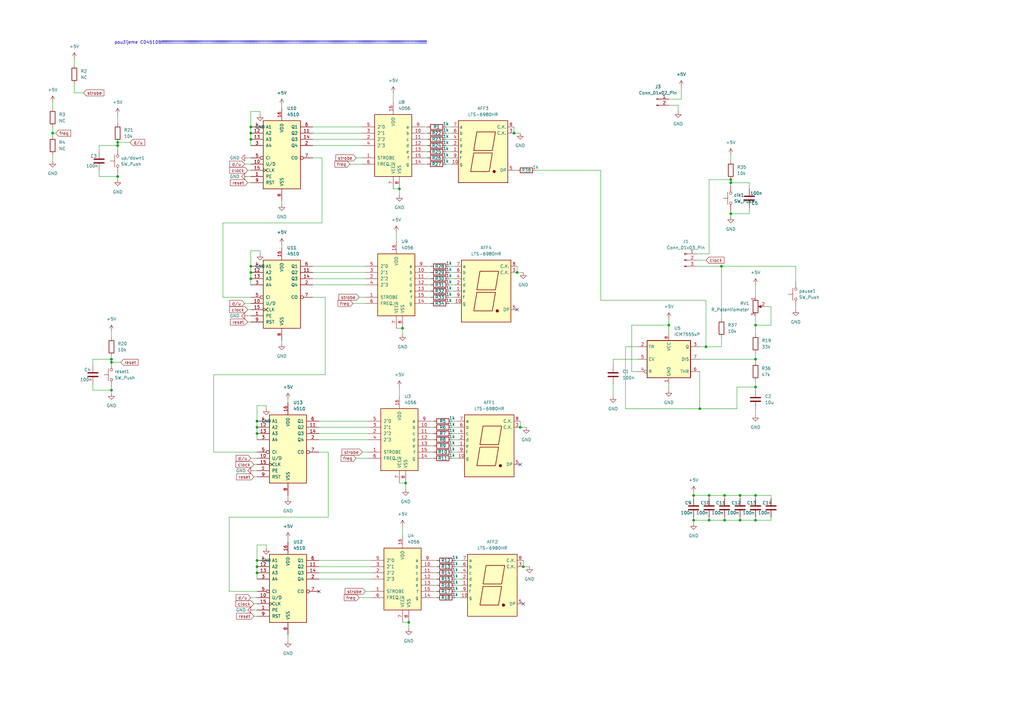
<source format=kicad_sch>
(kicad_sch (version 20250114) (generator "eeschema") (generator_version "9.0")
  (paper "A3")
  (text "použijeme CD4510B!!!!!!!!!!!!!!!!!!!!!!!!!!!!!!!!!!!!!!!!!!!!!!!!!!!!!!!!!!!!!!!!!!!!!!!!!!!!!!!!!!!!!!!!!!!!!!!!!!!!!!!!!!!!!!!!!!!!!!!!!!!!!!!!!!!!!!!!!!!!!!!!!!!!!!!!!!!!!!!!!!!!!!!!!!!!!!!!!!!!" (at 110.998 17.526 0) (effects (font (size 1.27 1.27))))
  (junction (at 289.56 142.24))
  (junction (at 309.88 213.36))
  (junction (at 48.26 59.69))
  (junction (at 48.26 58.42))
  (junction (at 309.88 133.35))
  (junction (at 284.48 203.2))
  (junction (at 299.72 87.63))
  (junction (at 45.72 160.02))
  (junction (at 105.41 175.26))
  (junction (at 105.41 232.41))
  (junction (at 102.87 57.15))
  (junction (at 295.91 109.22))
  (junction (at 45.72 148.59))
  (junction (at 290.83 203.2))
  (junction (at 105.41 172.72))
  (junction (at 299.72 74.93))
  (junction (at 210.82 54.61))
  (junction (at 303.53 203.2))
  (junction (at 167.64 255.27))
  (junction (at 48.26 72.39))
  (junction (at 309.88 203.2))
  (junction (at 212.09 111.76))
  (junction (at 105.41 234.95))
  (junction (at 213.36 175.26))
  (junction (at 287.02 167.64))
  (junction (at 214.63 232.41))
  (junction (at 21.59 54.61))
  (junction (at 102.87 111.76))
  (junction (at 166.37 198.12))
  (junction (at 102.87 114.3))
  (junction (at 284.48 213.36))
  (junction (at 303.53 213.36))
  (junction (at 290.83 213.36))
  (junction (at 309.88 147.32))
  (junction (at 45.72 147.32))
  (junction (at 102.87 52.07))
  (junction (at 102.87 109.22))
  (junction (at 165.1 134.62))
  (junction (at 163.83 77.47))
  (junction (at 309.88 158.75))
  (junction (at 274.32 133.35))
  (junction (at 297.18 203.2))
  (junction (at 102.87 54.61))
  (junction (at 299.72 73.66))
  (junction (at 297.18 213.36))
  (junction (at 105.41 177.8))
  (junction (at 105.41 229.87))
  (no_connect (at 213.36 190.5))
  (no_connect (at 212.09 127))
  (no_connect (at 214.63 247.65))
  (no_connect (at 130.81 242.57))
  (wire (pts (xy 186.69 229.87) (xy 189.23 229.87)))
  (wire (pts (xy 101.6 69.85) (xy 102.87 69.85)))
  (wire (pts (xy 104.14 250.19) (xy 105.41 250.19)))
  (wire (pts (xy 289.56 106.68) (xy 285.75 106.68)))
  (wire (pts (xy 115.57 139.7) (xy 115.57 140.97)))
  (wire (pts (xy 213.36 172.72) (xy 213.36 175.26)))
  (wire (pts (xy 214.63 229.87) (xy 214.63 232.41)))
  (wire (pts (xy 162.56 95.25) (xy 162.56 99.06)))
  (wire (pts (xy 299.72 73.66) (xy 299.72 74.93)))
  (wire (pts (xy 34.29 38.1) (xy 30.48 38.1)))
  (wire (pts (xy 175.26 121.92) (xy 176.53 121.92)))
  (wire (pts (xy 212.09 109.22) (xy 212.09 111.76)))
  (wire (pts (xy 134.62 212.09) (xy 93.98 212.09)))
  (wire (pts (xy 105.41 223.52) (xy 105.41 229.87)))
  (wire (pts (xy 162.56 134.62) (xy 165.1 134.62)))
  (wire (pts (xy 173.99 59.69) (xy 175.26 59.69)))
  (wire (pts (xy 186.69 242.57) (xy 189.23 242.57)))
  (wire (pts (xy 307.34 74.93) (xy 299.72 74.93)))
  (wire (pts (xy 303.53 204.47) (xy 303.53 203.2)))
  (wire (pts (xy 106.68 102.87) (xy 106.68 104.14)))
  (wire (pts (xy 290.83 212.09) (xy 290.83 213.36)))
  (wire (pts (xy 259.08 133.35) (xy 259.08 152.4)))
  (wire (pts (xy 93.98 212.09) (xy 93.98 242.57)))
  (wire (pts (xy 38.1 149.86) (xy 38.1 147.32)))
  (wire (pts (xy 290.83 104.14) (xy 290.83 73.66)))
  (wire (pts (xy 87.63 185.42) (xy 105.41 185.42)))
  (wire (pts (xy 21.59 52.07) (xy 21.59 54.61)))
  (wire (pts (xy 48.26 59.69) (xy 48.26 60.96)))
  (wire (pts (xy 133.35 153.67) (xy 87.63 153.67)))
  (wire (pts (xy 45.72 135.89) (xy 45.72 138.43)))
  (wire (pts (xy 166.37 198.12) (xy 166.37 200.66)))
  (wire (pts (xy 105.41 175.26) (xy 105.41 177.8)))
  (wire (pts (xy 102.87 45.72) (xy 102.87 52.07)))
  (wire (pts (xy 284.48 204.47) (xy 284.48 203.2)))
  (wire (pts (xy 48.26 58.42) (xy 48.26 59.69)))
  (wire (pts (xy 38.1 147.32) (xy 45.72 147.32)))
  (wire (pts (xy 102.87 114.3) (xy 102.87 116.84)))
  (wire (pts (xy 185.42 180.34) (xy 187.96 180.34)))
  (wire (pts (xy 118.11 262.89) (xy 118.11 260.35)))
  (wire (pts (xy 143.51 67.31) (xy 148.59 67.31)))
  (wire (pts (xy 105.41 172.72) (xy 105.41 175.26)))
  (wire (pts (xy 105.41 177.8) (xy 105.41 180.34)))
  (wire (pts (xy 45.72 146.05) (xy 45.72 147.32)))
  (wire (pts (xy 173.99 54.61) (xy 175.26 54.61)))
  (wire (pts (xy 307.34 87.63) (xy 299.72 87.63)))
  (wire (pts (xy 176.53 182.88) (xy 177.8 182.88)))
  (wire (pts (xy 182.88 57.15) (xy 185.42 57.15)))
  (wire (pts (xy 284.48 212.09) (xy 284.48 213.36)))
  (wire (pts (xy 130.81 232.41) (xy 152.4 232.41)))
  (wire (pts (xy 102.87 109.22) (xy 102.87 111.76)))
  (wire (pts (xy 287.02 147.32) (xy 309.88 147.32)))
  (wire (pts (xy 165.1 215.9) (xy 165.1 219.71)))
  (wire (pts (xy 48.26 72.39) (xy 48.26 71.12)))
  (wire (pts (xy 184.15 114.3) (xy 186.69 114.3)))
  (wire (pts (xy 115.57 82.55) (xy 115.57 83.82)))
  (wire (pts (xy 21.59 54.61) (xy 21.59 55.88)))
  (wire (pts (xy 176.53 172.72) (xy 177.8 172.72)))
  (wire (pts (xy 274.32 157.48) (xy 274.32 160.02)))
  (wire (pts (xy 128.27 52.07) (xy 148.59 52.07)))
  (wire (pts (xy 259.08 152.4) (xy 261.62 152.4)))
  (wire (pts (xy 251.46 149.86) (xy 251.46 147.32)))
  (wire (pts (xy 295.91 138.43) (xy 295.91 142.24)))
  (wire (pts (xy 299.72 63.5) (xy 299.72 66.04)))
  (wire (pts (xy 130.81 234.95) (xy 152.4 234.95)))
  (wire (pts (xy 104.14 193.04) (xy 105.41 193.04)))
  (wire (pts (xy 175.26 111.76) (xy 176.53 111.76)))
  (wire (pts (xy 274.32 40.64) (xy 279.4 40.64)))
  (wire (pts (xy 256.54 142.24) (xy 256.54 167.64)))
  (wire (pts (xy 186.69 245.11) (xy 189.23 245.11)))
  (wire (pts (xy 40.64 72.39) (xy 48.26 72.39)))
  (wire (pts (xy 251.46 157.48) (xy 251.46 162.56)))
  (wire (pts (xy 210.82 52.07) (xy 210.82 54.61)))
  (wire (pts (xy 309.88 156.21) (xy 309.88 158.75)))
  (wire (pts (xy 177.8 232.41) (xy 179.07 232.41)))
  (wire (pts (xy 316.23 203.2) (xy 309.88 203.2)))
  (wire (pts (xy 309.88 212.09) (xy 309.88 213.36)))
  (wire (pts (xy 102.87 245.11) (xy 105.41 245.11)))
  (wire (pts (xy 182.88 59.69) (xy 185.42 59.69)))
  (wire (pts (xy 165.1 255.27) (xy 167.64 255.27)))
  (wire (pts (xy 175.26 116.84) (xy 176.53 116.84)))
  (wire (pts (xy 165.1 134.62) (xy 165.1 137.16)))
  (wire (pts (xy 109.22 166.37) (xy 109.22 167.64)))
  (wire (pts (xy 102.87 45.72) (xy 106.68 45.72)))
  (wire (pts (xy 130.81 237.49) (xy 152.4 237.49)))
  (wire (pts (xy 30.48 24.13) (xy 30.48 26.67)))
  (wire (pts (xy 128.27 57.15) (xy 148.59 57.15)))
  (wire (pts (xy 246.38 69.85) (xy 246.38 123.19)))
  (wire (pts (xy 309.88 213.36) (xy 303.53 213.36)))
  (wire (pts (xy 118.11 220.98) (xy 118.11 222.25)))
  (wire (pts (xy 106.68 45.72) (xy 106.68 46.99)))
  (wire (pts (xy 176.53 175.26) (xy 177.8 175.26)))
  (wire (pts (xy 101.6 132.08) (xy 102.87 132.08)))
  (wire (pts (xy 38.1 157.48) (xy 38.1 160.02)))
  (wire (pts (xy 118.11 163.83) (xy 118.11 165.1)))
  (wire (pts (xy 21.59 41.91) (xy 21.59 44.45)))
  (wire (pts (xy 163.83 77.47) (xy 163.83 80.01)))
  (wire (pts (xy 102.87 187.96) (xy 105.41 187.96)))
  (wire (pts (xy 173.99 62.23) (xy 175.26 62.23)))
  (wire (pts (xy 290.83 213.36) (xy 284.48 213.36)))
  (wire (pts (xy 289.56 123.19) (xy 289.56 142.24)))
  (wire (pts (xy 104.14 247.65) (xy 105.41 247.65)))
  (wire (pts (xy 102.87 52.07) (xy 102.87 54.61)))
  (wire (pts (xy 284.48 201.93) (xy 284.48 203.2)))
  (wire (pts (xy 176.53 180.34) (xy 177.8 180.34)))
  (wire (pts (xy 309.88 144.78) (xy 309.88 147.32)))
  (wire (pts (xy 91.44 121.92) (xy 102.87 121.92)))
  (wire (pts (xy 48.26 46.99) (xy 48.26 50.8)))
  (wire (pts (xy 297.18 213.36) (xy 290.83 213.36)))
  (wire (pts (xy 146.05 64.77) (xy 148.59 64.77)))
  (wire (pts (xy 133.35 121.92) (xy 133.35 153.67)))
  (wire (pts (xy 40.64 59.69) (xy 48.26 59.69)))
  (wire (pts (xy 177.8 245.11) (xy 179.07 245.11)))
  (wire (pts (xy 309.88 203.2) (xy 303.53 203.2)))
  (wire (pts (xy 309.88 129.54) (xy 309.88 133.35)))
  (wire (pts (xy 177.8 229.87) (xy 179.07 229.87)))
  (wire (pts (xy 274.32 133.35) (xy 274.32 137.16)))
  (wire (pts (xy 100.33 124.46) (xy 102.87 124.46)))
  (wire (pts (xy 287.02 142.24) (xy 289.56 142.24)))
  (wire (pts (xy 185.42 187.96) (xy 187.96 187.96)))
  (wire (pts (xy 102.87 102.87) (xy 106.68 102.87)))
  (wire (pts (xy 45.72 148.59) (xy 49.53 148.59)))
  (wire (pts (xy 40.64 62.23) (xy 40.64 59.69)))
  (wire (pts (xy 316.23 204.47) (xy 316.23 203.2)))
  (wire (pts (xy 101.6 127) (xy 102.87 127)))
  (wire (pts (xy 182.88 54.61) (xy 185.42 54.61)))
  (wire (pts (xy 144.78 124.46) (xy 149.86 124.46)))
  (wire (pts (xy 212.09 69.85) (xy 210.82 69.85)))
  (wire (pts (xy 173.99 64.77) (xy 175.26 64.77)))
  (wire (pts (xy 177.8 237.49) (xy 179.07 237.49)))
  (wire (pts (xy 177.8 242.57) (xy 179.07 242.57)))
  (wire (pts (xy 104.14 252.73) (xy 105.41 252.73)))
  (wire (pts (xy 186.69 234.95) (xy 189.23 234.95)))
  (wire (pts (xy 186.69 240.03) (xy 189.23 240.03)))
  (wire (pts (xy 128.27 116.84) (xy 149.86 116.84)))
  (wire (pts (xy 309.88 147.32) (xy 309.88 148.59)))
  (wire (pts (xy 149.86 242.57) (xy 152.4 242.57)))
  (wire (pts (xy 177.8 240.03) (xy 179.07 240.03)))
  (wire (pts (xy 307.34 85.09) (xy 307.34 87.63)))
  (wire (pts (xy 251.46 147.32) (xy 261.62 147.32)))
  (wire (pts (xy 173.99 52.07) (xy 175.26 52.07)))
  (wire (pts (xy 22.86 54.61) (xy 21.59 54.61)))
  (wire (pts (xy 101.6 129.54) (xy 102.87 129.54)))
  (wire (pts (xy 128.27 114.3) (xy 149.86 114.3)))
  (wire (pts (xy 93.98 242.57) (xy 105.41 242.57)))
  (wire (pts (xy 309.88 204.47) (xy 309.88 203.2)))
  (wire (pts (xy 130.81 229.87) (xy 152.4 229.87)))
  (wire (pts (xy 161.29 38.1) (xy 161.29 41.91)))
  (wire (pts (xy 132.08 64.77) (xy 132.08 91.44)))
  (wire (pts (xy 299.72 88.9) (xy 299.72 87.63)))
  (wire (pts (xy 185.42 177.8) (xy 187.96 177.8)))
  (wire (pts (xy 303.53 213.36) (xy 297.18 213.36)))
  (wire (pts (xy 297.18 212.09) (xy 297.18 213.36)))
  (wire (pts (xy 102.87 57.15) (xy 102.87 59.69)))
  (wire (pts (xy 309.88 133.35) (xy 309.88 137.16)))
  (wire (pts (xy 279.4 40.64) (xy 279.4 35.56)))
  (wire (pts (xy 309.88 167.64) (xy 309.88 170.18)))
  (wire (pts (xy 105.41 166.37) (xy 105.41 172.72)))
  (wire (pts (xy 297.18 204.47) (xy 297.18 203.2)))
  (wire (pts (xy 128.27 109.22) (xy 149.86 109.22)))
  (wire (pts (xy 285.75 104.14) (xy 290.83 104.14)))
  (wire (pts (xy 45.72 161.29) (xy 45.72 160.02)))
  (wire (pts (xy 38.1 160.02) (xy 45.72 160.02)))
  (wire (pts (xy 297.18 203.2) (xy 290.83 203.2)))
  (wire (pts (xy 45.72 147.32) (xy 45.72 148.59)))
  (wire (pts (xy 40.64 69.85) (xy 40.64 72.39)))
  (wire (pts (xy 182.88 62.23) (xy 185.42 62.23)))
  (wire (pts (xy 274.32 133.35) (xy 259.08 133.35)))
  (wire (pts (xy 30.48 34.29) (xy 30.48 38.1)))
  (wire (pts (xy 182.88 67.31) (xy 185.42 67.31)))
  (wire (pts (xy 167.64 255.27) (xy 167.64 257.81)))
  (wire (pts (xy 284.48 214.63) (xy 284.48 213.36)))
  (wire (pts (xy 102.87 54.61) (xy 102.87 57.15)))
  (wire (pts (xy 175.26 124.46) (xy 176.53 124.46)))
  (wire (pts (xy 102.87 111.76) (xy 102.87 114.3)))
  (wire (pts (xy 186.69 237.49) (xy 189.23 237.49)))
  (wire (pts (xy 184.15 119.38) (xy 186.69 119.38)))
  (wire (pts (xy 130.81 172.72) (xy 151.13 172.72)))
  (wire (pts (xy 128.27 64.77) (xy 132.08 64.77)))
  (wire (pts (xy 48.26 73.66) (xy 48.26 72.39)))
  (wire (pts (xy 101.6 74.93) (xy 102.87 74.93)))
  (wire (pts (xy 290.83 73.66) (xy 299.72 73.66)))
  (wire (pts (xy 214.63 232.41) (xy 217.17 232.41)))
  (wire (pts (xy 176.53 187.96) (xy 177.8 187.96)))
  (wire (pts (xy 176.53 185.42) (xy 177.8 185.42)))
  (wire (pts (xy 173.99 57.15) (xy 175.26 57.15)))
  (wire (pts (xy 118.11 203.2) (xy 118.11 204.47)))
  (wire (pts (xy 184.15 124.46) (xy 186.69 124.46)))
  (wire (pts (xy 128.27 59.69) (xy 148.59 59.69)))
  (wire (pts (xy 274.32 43.18) (xy 278.13 43.18)))
  (wire (pts (xy 287.02 167.64) (xy 302.26 167.64)))
  (wire (pts (xy 105.41 166.37) (xy 109.22 166.37)))
  (wire (pts (xy 175.26 109.22) (xy 176.53 109.22)))
  (wire (pts (xy 128.27 54.61) (xy 148.59 54.61)))
  (wire (pts (xy 302.26 158.75) (xy 309.88 158.75)))
  (wire (pts (xy 163.83 198.12) (xy 166.37 198.12)))
  (wire (pts (xy 147.32 245.11) (xy 152.4 245.11)))
  (wire (pts (xy 184.15 116.84) (xy 186.69 116.84)))
  (wire (pts (xy 212.09 111.76) (xy 214.63 111.76)))
  (wire (pts (xy 115.57 43.18) (xy 115.57 44.45)))
  (wire (pts (xy 185.42 175.26) (xy 187.96 175.26)))
  (wire (pts (xy 101.6 72.39) (xy 102.87 72.39)))
  (wire (pts (xy 219.71 69.85) (xy 246.38 69.85)))
  (wire (pts (xy 287.02 152.4) (xy 287.02 167.64)))
  (wire (pts (xy 182.88 64.77) (xy 185.42 64.77)))
  (wire (pts (xy 184.15 109.22) (xy 186.69 109.22)))
  (wire (pts (xy 185.42 185.42) (xy 187.96 185.42)))
  (wire (pts (xy 45.72 160.02) (xy 45.72 158.75)))
  (wire (pts (xy 100.33 67.31) (xy 102.87 67.31)))
  (wire (pts (xy 161.29 77.47) (xy 163.83 77.47)))
  (wire (pts (xy 290.83 203.2) (xy 284.48 203.2)))
  (wire (pts (xy 91.44 91.44) (xy 91.44 121.92)))
  (wire (pts (xy 303.53 212.09) (xy 303.53 213.36)))
  (wire (pts (xy 175.26 119.38) (xy 176.53 119.38)))
  (wire (pts (xy 316.23 212.09) (xy 316.23 213.36)))
  (wire (pts (xy 101.6 64.77) (xy 102.87 64.77)))
  (wire (pts (xy 128.27 121.92) (xy 133.35 121.92)))
  (wire (pts (xy 104.14 190.5) (xy 105.41 190.5)))
  (wire (pts (xy 185.42 172.72) (xy 187.96 172.72)))
  (wire (pts (xy 326.39 125.73) (xy 326.39 127)))
  (wire (pts (xy 274.32 130.81) (xy 274.32 133.35)))
  (wire (pts (xy 109.22 223.52) (xy 109.22 224.79)))
  (wire (pts (xy 132.08 91.44) (xy 91.44 91.44)))
  (wire (pts (xy 48.26 58.42) (xy 53.34 58.42)))
  (wire (pts (xy 309.88 116.84) (xy 309.88 121.92)))
  (wire (pts (xy 210.82 54.61) (xy 213.36 54.61)))
  (wire (pts (xy 326.39 109.22) (xy 295.91 109.22)))
  (wire (pts (xy 302.26 167.64) (xy 302.26 158.75)))
  (wire (pts (xy 182.88 52.07) (xy 185.42 52.07)))
  (wire (pts (xy 213.36 175.26) (xy 215.9 175.26)))
  (wire (pts (xy 303.53 203.2) (xy 297.18 203.2)))
  (wire (pts (xy 313.69 125.73) (xy 316.23 125.73)))
  (wire (pts (xy 130.81 175.26) (xy 151.13 175.26)))
  (wire (pts (xy 173.99 67.31) (xy 175.26 67.31)))
  (wire (pts (xy 130.81 185.42) (xy 134.62 185.42)))
  (wire (pts (xy 184.15 111.76) (xy 186.69 111.76)))
  (wire (pts (xy 130.81 180.34) (xy 151.13 180.34)))
  (wire (pts (xy 128.27 111.76) (xy 149.86 111.76)))
  (wire (pts (xy 102.87 102.87) (xy 102.87 109.22)))
  (wire (pts (xy 134.62 185.42) (xy 134.62 212.09)))
  (wire (pts (xy 147.32 121.92) (xy 149.86 121.92)))
  (wire (pts (xy 105.41 232.41) (xy 105.41 234.95)))
  (wire (pts (xy 246.38 123.19) (xy 289.56 123.19)))
  (wire (pts (xy 148.59 185.42) (xy 151.13 185.42)))
  (wire (pts (xy 289.56 142.24) (xy 295.91 142.24)))
  (wire (pts (xy 316.23 213.36) (xy 309.88 213.36)))
  (wire (pts (xy 115.57 100.33) (xy 115.57 101.6)))
  (wire (pts (xy 105.41 229.87) (xy 105.41 232.41)))
  (wire (pts (xy 316.23 125.73) (xy 316.23 133.35)))
  (wire (pts (xy 163.83 158.75) (xy 163.83 162.56)))
  (wire (pts (xy 261.62 142.24) (xy 256.54 142.24)))
  (wire (pts (xy 185.42 182.88) (xy 187.96 182.88)))
  (wire (pts (xy 285.75 109.22) (xy 295.91 109.22)))
  (wire (pts (xy 299.72 87.63) (xy 299.72 86.36)))
  (wire (pts (xy 307.34 77.47) (xy 307.34 74.93)))
  (wire (pts (xy 184.15 121.92) (xy 186.69 121.92)))
  (wire (pts (xy 175.26 114.3) (xy 176.53 114.3)))
  (wire (pts (xy 87.63 153.67) (xy 87.63 185.42)))
  (wire (pts (xy 105.41 234.95) (xy 105.41 237.49)))
  (wire (pts (xy 186.69 232.41) (xy 189.23 232.41)))
  (wire (pts (xy 146.05 187.96) (xy 151.13 187.96)))
  (wire (pts (xy 278.13 43.18) (xy 278.13 45.72)))
  (wire (pts (xy 295.91 109.22) (xy 295.91 130.81)))
  (wire (pts (xy 299.72 74.93) (xy 299.72 76.2)))
  (wire (pts (xy 176.53 177.8) (xy 177.8 177.8)))
  (wire (pts (xy 316.23 133.35) (xy 309.88 133.35)))
  (wire (pts (xy 309.88 158.75) (xy 309.88 160.02)))
  (wire (pts (xy 130.81 177.8) (xy 151.13 177.8)))
  (wire (pts (xy 326.39 115.57) (xy 326.39 109.22)))
  (wire (pts (xy 21.59 66.04) (xy 21.59 63.5)))
  (wire (pts (xy 177.8 234.95) (xy 179.07 234.95)))
  (wire (pts (xy 290.83 204.47) (xy 290.83 203.2)))
  (wire (pts (xy 256.54 167.64) (xy 287.02 167.64)))
  (wire (pts (xy 104.14 195.58) (xy 105.41 195.58)))
  (wire (pts (xy 105.41 223.52) (xy 109.22 223.52)))
  (global_label "clock" (shape input) (at 104.14 190.5 180) (property "Intersheetrefs" "${INTERSHEET_REFS}" (effects (hide yes))))
  (global_label "strobe" (shape input) (at 146.05 64.77 180) (property "Intersheetrefs" "${INTERSHEET_REFS}" (effects (hide yes))))
  (global_label "freq" (shape input) (at 146.05 187.96 180) (property "Intersheetrefs" "${INTERSHEET_REFS}" (effects (hide yes))))
  (global_label "strobe" (shape input) (at 148.59 185.42 180) (property "Intersheetrefs" "${INTERSHEET_REFS}" (effects (hide yes))))
  (global_label "freq" (shape input) (at 22.86 54.61 0) (property "Intersheetrefs" "${INTERSHEET_REFS}" (effects (hide yes))))
  (global_label "strobe" (shape input) (at 149.86 242.57 180) (property "Intersheetrefs" "${INTERSHEET_REFS}" (effects (hide yes))))
  (global_label "d{slash}u" (shape input) (at 100.33 124.46 180) (property "Intersheetrefs" "${INTERSHEET_REFS}" (effects (hide yes))))
  (global_label "strobe" (shape input) (at 147.32 121.92 180) (property "Intersheetrefs" "${INTERSHEET_REFS}" (effects (hide yes))))
  (global_label "d{slash}u" (shape input) (at 102.87 187.96 180) (property "Intersheetrefs" "${INTERSHEET_REFS}" (effects (hide yes))))
  (global_label "freq" (shape input) (at 147.32 245.11 180) (property "Intersheetrefs" "${INTERSHEET_REFS}" (effects (hide yes))))
  (global_label "d{slash}u" (shape input) (at 53.34 58.42 0) (property "Intersheetrefs" "${INTERSHEET_REFS}" (effects (hide yes))))
  (global_label "d{slash}u" (shape input) (at 100.33 67.31 180) (property "Intersheetrefs" "${INTERSHEET_REFS}" (effects (hide yes))))
  (global_label "freq" (shape input) (at 143.51 67.31 180) (property "Intersheetrefs" "${INTERSHEET_REFS}" (effects (hide yes))))
  (global_label "reset" (shape input) (at 49.53 148.59 0) (property "Intersheetrefs" "${INTERSHEET_REFS}" (effects (hide yes))))
  (global_label "reset" (shape input) (at 104.14 195.58 180) (property "Intersheetrefs" "${INTERSHEET_REFS}" (effects (hide yes))))
  (global_label "d{slash}u" (shape input) (at 102.87 245.11 180) (property "Intersheetrefs" "${INTERSHEET_REFS}" (effects (hide yes))))
  (global_label "reset" (shape input) (at 104.14 252.73 180) (property "Intersheetrefs" "${INTERSHEET_REFS}" (effects (hide yes))))
  (global_label "clock" (shape input) (at 289.56 106.68 0) (property "Intersheetrefs" "${INTERSHEET_REFS}" (effects (hide yes))))
  (global_label "reset" (shape input) (at 101.6 74.93 180) (property "Intersheetrefs" "${INTERSHEET_REFS}" (effects (hide yes))))
  (global_label "clock" (shape input) (at 101.6 127 180) (property "Intersheetrefs" "${INTERSHEET_REFS}" (effects (hide yes))))
  (global_label "freq" (shape input) (at 144.78 124.46 180) (property "Intersheetrefs" "${INTERSHEET_REFS}" (effects (hide yes))))
  (global_label "clock" (shape input) (at 101.6 69.85 180) (property "Intersheetrefs" "${INTERSHEET_REFS}" (effects (hide yes))))
  (global_label "strobe" (shape input) (at 34.29 38.1 0) (property "Intersheetrefs" "${INTERSHEET_REFS}" (effects (hide yes))))
  (global_label "clock" (shape input) (at 104.14 247.65 180) (property "Intersheetrefs" "${INTERSHEET_REFS}" (effects (hide yes))))
  (global_label "reset" (shape input) (at 101.6 132.08 180) (property "Intersheetrefs" "${INTERSHEET_REFS}" (effects (hide yes))))
  (symbol (lib_id "power:GND") (at 118.11 262.89 0) (unit 1)
    (property "Reference" "#PWR010" (effects (hide yes)))
    (property "Value" "GND" (at 118.11 267.97 0))
  )
  (symbol (lib_id "Device:R") (at 181.61 172.72 90) (unit 1)
    (property "Reference" "R5" (at 181.59 172.72 90))
    (property "Value" "1k" (at 185.42 171.45 90))
    (property "Footprint" "Resistor_THT:R_Axial_DIN0207_L6.3mm_D2.5mm_P10.16mm_Horizontal" (effects (hide yes)))
  )
  (symbol (lib_id "Device:R") (at 181.61 175.26 90) (unit 1)
    (property "Reference" "R6" (at 181.59 175.26 90))
    (property "Value" "1k" (at 185.42 173.99 90))
    (property "Footprint" "Resistor_THT:R_Axial_DIN0207_L6.3mm_D2.5mm_P10.16mm_Horizontal" (effects (hide yes)))
  )
  (symbol (lib_id "Device:R") (at 180.34 111.76 90) (unit 1)
    (property "Reference" "R29" (at 180.32 111.76 90))
    (property "Value" "1k" (at 184.15 110.49 90))
    (property "Footprint" "Resistor_THT:R_Axial_DIN0207_L6.3mm_D2.5mm_P10.16mm_Horizontal" (effects (hide yes)))
  )
  (symbol (lib_id "Device:R") (at 48.26 54.61 0) (unit 1)
    (property "Reference" "R21" (at 50.8 53.3399 0) (effects (justify left)))
    (property "Value" "10k" (at 50.8 55.8799 0) (effects (justify left)))
    (property "Footprint" "Resistor_THT:R_Axial_DIN0207_L6.3mm_D2.5mm_P10.16mm_Horizontal" (effects (hide yes)))
  )
  (symbol (lib_id "power:+5V") (at 115.57 100.33 0) (unit 1)
    (property "Reference" "#PWR0110" (effects (hide yes)))
    (property "Value" "+5V" (at 115.57 95.25 0))
  )
  (symbol (lib_id "4xxx:4056") (at 163.83 180.34 0) (unit 1)
    (property "Reference" "U3" (at 165.8494 162.56 0) (effects (justify left)))
    (property "Value" "4056" (at 165.8494 165.1 0) (effects (justify left)))
    (property "Footprint" "Package_DIP:DIP-16_W7.62mm" (effects (hide yes)))
    (property "Datasheet" "http://www.ti.com/lit/ds/symlink/cd4056b.pdf" (effects (hide yes)))
  )
  (symbol (lib_id "Device:C") (at 290.83 208.28 0) (unit 1)
    (property "Reference" "C10" (at 287.274 206.248 0) (effects (justify left)))
    (property "Value" "100n" (at 285.496 210.312 0) (effects (justify left)))
    (property "Footprint" "Capacitor_SMD:C_1206_3216Metric" (effects (hide yes)))
    (property "Description" "Unpolarized capacitor" (effects (hide yes)))
  )
  (symbol (lib_id "Device:C") (at 309.88 163.83 0) (unit 1)
    (property "Reference" "C2" (at 313.69 162.5599 0) (effects (justify left)))
    (property "Value" "10u" (at 313.69 165.0999 0) (effects (justify left)))
    (property "Footprint" "Capacitor_SMD:C_1206_3216Metric" (effects (hide yes)))
    (property "Description" "Unpolarized capacitor" (effects (hide yes)))
  )
  (symbol (lib_id "Device:R") (at 182.88 232.41 90) (unit 1)
    (property "Reference" "R13" (at 182.86 232.41 90))
    (property "Value" "1k" (at 186.69 231.14 90))
    (property "Footprint" "Resistor_THT:R_Axial_DIN0207_L6.3mm_D2.5mm_P10.16mm_Horizontal" (effects (hide yes)))
  )
  (symbol (lib_id "power:GND") (at 213.36 54.61 0) (unit 1)
    (property "Reference" "#PWR0102" (effects (hide yes)))
    (property "Value" "GND" (at 213.36 59.69 0))
  )
  (symbol (lib_id "Device:R") (at 180.34 119.38 90) (unit 1)
    (property "Reference" "R32" (at 180.32 119.38 90))
    (property "Value" "1k" (at 184.15 118.11 90))
    (property "Footprint" "Resistor_THT:R_Axial_DIN0207_L6.3mm_D2.5mm_P10.16mm_Horizontal" (effects (hide yes)))
  )
  (symbol (lib_id "power:GND") (at 215.9 175.26 0) (unit 1)
    (property "Reference" "#PWR015" (effects (hide yes)))
    (property "Value" "GND" (at 215.9 180.34 0))
  )
  (symbol (lib_id "Display_Character:LTS-6980HR") (at 200.66 182.88 0) (unit 1)
    (property "Reference" "AFF1" (at 200.66 165.1 0))
    (property "Value" "LTS-6980HR" (at 200.66 167.64 0))
    (property "Footprint" "Display_7Segment:7SegmentLED_LTS6760_LTS6780" (effects (hide yes)))
    (property "Datasheet" "http://datasheet.octopart.com/LTS-6960HR-Lite-On-datasheet-11803242.pdf" (effects (hide yes)))
  )
  (symbol (lib_id "power:GND") (at 101.6 129.54 270) (unit 1)
    (property "Reference" "#PWR0123" (effects (hide yes)))
    (property "Value" "GND" (at 96.266 129.54 90))
  )
  (symbol (lib_id "power:GND") (at 167.64 257.81 0) (unit 1)
    (property "Reference" "#PWR014" (effects (hide yes)))
    (property "Value" "GND" (at 167.64 262.89 0))
  )
  (symbol (lib_id "Device:R") (at 180.34 116.84 90) (unit 1)
    (property "Reference" "R31" (at 180.32 116.84 90))
    (property "Value" "1k" (at 184.15 115.57 90))
    (property "Footprint" "Resistor_THT:R_Axial_DIN0207_L6.3mm_D2.5mm_P10.16mm_Horizontal" (effects (hide yes)))
  )
  (symbol (lib_id "power:GND") (at 48.26 73.66 0) (unit 1)
    (property "Reference" "#PWR0104" (effects (hide yes)))
    (property "Value" "GND" (at 48.26 78.74 0))
  )
  (symbol (lib_id "Device:R") (at 180.34 109.22 90) (unit 1)
    (property "Reference" "R28" (at 180.32 109.22 90))
    (property "Value" "1k" (at 184.15 107.95 90))
    (property "Footprint" "Resistor_THT:R_Axial_DIN0207_L6.3mm_D2.5mm_P10.16mm_Horizontal" (effects (hide yes)))
  )
  (symbol (lib_id "Device:R") (at 179.07 67.31 90) (unit 1)
    (property "Reference" "R27" (at 179.05 67.31 90))
    (property "Value" "1k" (at 182.88 66.04 90))
    (property "Footprint" "Resistor_THT:R_Axial_DIN0207_L6.3mm_D2.5mm_P10.16mm_Horizontal" (effects (hide yes)))
  )
  (symbol (lib_id "Device:R") (at 21.59 48.26 0) (unit 1)
    (property "Reference" "R3" (at 24.13 46.9899 0) (effects (justify left)))
    (property "Value" "NC" (at 24.13 49.5299 0) (effects (justify left)))
    (property "Footprint" "Resistor_THT:R_Axial_DIN0207_L6.3mm_D2.5mm_P10.16mm_Horizontal" (effects (hide yes)))
  )
  (symbol (lib_id "Device:R") (at 45.72 142.24 0) (unit 1)
    (property "Reference" "R20" (at 48.26 140.9699 0) (effects (justify left)))
    (property "Value" "10k" (at 48.26 143.5099 0) (effects (justify left)))
    (property "Footprint" "Resistor_THT:R_Axial_DIN0207_L6.3mm_D2.5mm_P10.16mm_Horizontal" (effects (hide yes)))
  )
  (symbol (lib_id "power:+5V") (at 299.72 63.5 0) (unit 1)
    (property "Reference" "#PWR0118" (effects (hide yes)))
    (property "Value" "+5V" (at 299.72 58.42 0))
  )
  (symbol (lib_id "Device:R") (at 182.88 229.87 90) (unit 1)
    (property "Reference" "R12" (at 182.86 229.87 90))
    (property "Value" "1k" (at 186.69 228.6 90))
    (property "Footprint" "Resistor_THT:R_Axial_DIN0207_L6.3mm_D2.5mm_P10.16mm_Horizontal" (effects (hide yes)))
  )
  (symbol (lib_id "Device:R") (at 182.88 237.49 90) (unit 1)
    (property "Reference" "R15" (at 182.86 237.49 90))
    (property "Value" "1k" (at 186.69 236.22 90))
    (property "Footprint" "Resistor_THT:R_Axial_DIN0207_L6.3mm_D2.5mm_P10.16mm_Horizontal" (effects (hide yes)))
  )
  (symbol (lib_id "Device:R") (at 179.07 62.23 90) (unit 1)
    (property "Reference" "R25" (at 179.05 62.23 90))
    (property "Value" "1k" (at 182.88 60.96 90))
    (property "Footprint" "Resistor_THT:R_Axial_DIN0207_L6.3mm_D2.5mm_P10.16mm_Horizontal" (effects (hide yes)))
  )
  (symbol (lib_id "Device:R") (at 181.61 185.42 90) (unit 1)
    (property "Reference" "R10" (at 181.59 185.42 90))
    (property "Value" "1k" (at 185.42 184.15 90))
    (property "Footprint" "Resistor_THT:R_Axial_DIN0207_L6.3mm_D2.5mm_P10.16mm_Horizontal" (effects (hide yes)))
  )
  (symbol (lib_id "power:+5V") (at 274.32 130.81 0) (unit 1)
    (property "Reference" "#PWR04" (effects (hide yes)))
    (property "Value" "+5V" (at 274.32 125.73 0))
  )
  (symbol (lib_id "4xxx:4056") (at 161.29 59.69 0) (unit 1)
    (property "Reference" "U8" (at 163.3094 41.91 0) (effects (justify left)))
    (property "Value" "4056" (at 163.3094 44.45 0) (effects (justify left)))
    (property "Footprint" "Package_DIP:DIP-16_W7.62mm" (effects (hide yes)))
    (property "Datasheet" "http://www.ti.com/lit/ds/symlink/cd4056b.pdf" (effects (hide yes)))
  )
  (symbol (lib_id "Device:R") (at 179.07 54.61 90) (unit 1)
    (property "Reference" "R22" (at 179.05 54.61 90))
    (property "Value" "1k" (at 182.88 53.34 90))
    (property "Footprint" "Resistor_THT:R_Axial_DIN0207_L6.3mm_D2.5mm_P10.16mm_Horizontal" (effects (hide yes)))
  )
  (symbol (lib_id "Device:C") (at 307.34 81.28 180) (unit 1)
    (property "Reference" "C5" (at 310.896 83.312 0) (effects (justify left)))
    (property "Value" "100n" (at 312.674 79.248 0) (effects (justify left)))
    (property "Footprint" "Capacitor_SMD:C_1206_3216Metric" (effects (hide yes)))
    (property "Description" "Unpolarized capacitor" (effects (hide yes)))
  )
  (symbol (lib_id "power:GND") (at 278.13 45.72 0) (unit 1)
    (property "Reference" "#PWR0126" (effects (hide yes)))
    (property "Value" "GND" (at 278.13 50.8 0))
  )
  (symbol (lib_id "Device:R") (at 182.88 245.11 90) (unit 1)
    (property "Reference" "R18" (at 182.86 245.11 90))
    (property "Value" "1k" (at 186.69 243.84 90))
    (property "Footprint" "Resistor_THT:R_Axial_DIN0207_L6.3mm_D2.5mm_P10.16mm_Horizontal" (effects (hide yes)))
  )
  (symbol (lib_id "Switch:SW_Push") (at 326.39 120.65 90) (unit 1)
    (property "Reference" "pause1" (at 327.66 119.3799 90) (effects (justify right)))
    (property "Value" "SW_Push" (at 327.66 121.9199 90) (effects (justify right)))
    (property "Footprint" "Button_Switch_THT:SW_PUSH_6mm" (effects (hide yes)))
    (property "Description" "Push button switch, generic, two pins" (effects (hide yes)))
  )
  (symbol (lib_id "power:GND") (at 106.68 46.99 0) (unit 1)
    (property "Reference" "#PWR0114" (effects (hide yes)))
    (property "Value" "GND" (at 106.68 52.07 0))
  )
  (symbol (lib_id "power:+5V") (at 162.56 95.25 0) (unit 1)
    (property "Reference" "#PWR0116" (effects (hide yes)))
    (property "Value" "+5V" (at 162.56 90.17 0))
  )
  (symbol (lib_id "Device:C") (at 316.23 208.28 0) (unit 1)
    (property "Reference" "C14" (at 312.674 206.248 0) (effects (justify left)))
    (property "Value" "100n" (at 310.896 210.312 0) (effects (justify left)))
    (property "Footprint" "Capacitor_SMD:C_1206_3216Metric" (effects (hide yes)))
    (property "Description" "Unpolarized capacitor" (effects (hide yes)))
  )
  (symbol (lib_id "Device:R") (at 181.61 182.88 90) (unit 1)
    (property "Reference" "R9" (at 181.59 182.88 90))
    (property "Value" "1k" (at 185.42 181.61 90))
    (property "Footprint" "Resistor_THT:R_Axial_DIN0207_L6.3mm_D2.5mm_P10.16mm_Horizontal" (effects (hide yes)))
  )
  (symbol (lib_id "power:GND") (at 274.32 160.02 0) (unit 1)
    (property "Reference" "#PWR018" (effects (hide yes)))
    (property "Value" "GND" (at 274.32 165.1 0))
  )
  (symbol (lib_id "Device:R") (at 180.34 121.92 90) (unit 1)
    (property "Reference" "R33" (at 180.32 121.92 90))
    (property "Value" "1k" (at 184.15 120.65 90))
    (property "Footprint" "Resistor_THT:R_Axial_DIN0207_L6.3mm_D2.5mm_P10.16mm_Horizontal" (effects (hide yes)))
  )
  (symbol (lib_id "Timer:ICM7555xP") (at 274.32 147.32 0) (unit 1)
    (property "Reference" "U5" (at 276.4633 134.62 0) (effects (justify left)))
    (property "Value" "ICM7555xP" (at 276.4633 137.16 0) (effects (justify left)))
    (property "Footprint" "Package_DIP:DIP-8_W7.62mm_Socket_LongPads" (effects (hide yes)))
    (property "Datasheet" "http://www.intersil.com/content/dam/Intersil/documents/icm7/icm7555-56.pdf" (effects (hide yes)))
    (property "Description" "CMOS General Purpose Timer, 555 compatible, PDIP-8" (effects (hide yes)))
  )
  (symbol (lib_id "power:+5V") (at 115.57 43.18 0) (unit 1)
    (property "Reference" "#PWR0113" (effects (hide yes)))
    (property "Value" "+5V" (at 115.57 38.1 0))
  )
  (symbol (lib_id "power:+5V") (at 118.11 163.83 0) (unit 1)
    (property "Reference" "#PWR07" (effects (hide yes)))
    (property "Value" "+5V" (at 118.11 158.75 0))
  )
  (symbol (lib_id "power:GND") (at 165.1 137.16 0) (unit 1)
    (property "Reference" "#PWR0109" (effects (hide yes)))
    (property "Value" "GND" (at 165.1 142.24 0))
  )
  (symbol (lib_id "Device:R") (at 179.07 57.15 90) (unit 1)
    (property "Reference" "R23" (at 179.05 57.15 90))
    (property "Value" "1k" (at 182.88 55.88 90))
    (property "Footprint" "Resistor_THT:R_Axial_DIN0207_L6.3mm_D2.5mm_P10.16mm_Horizontal" (effects (hide yes)))
  )
  (symbol (lib_id "power:GND") (at 109.22 167.64 0) (unit 1)
    (property "Reference" "#PWR05" (effects (hide yes)))
    (property "Value" "GND" (at 109.22 172.72 0))
  )
  (symbol (lib_id "Device:R") (at 181.61 180.34 90) (unit 1)
    (property "Reference" "R8" (at 181.59 180.34 90))
    (property "Value" "1k" (at 185.42 179.07 90))
    (property "Footprint" "Resistor_THT:R_Axial_DIN0207_L6.3mm_D2.5mm_P10.16mm_Horizontal" (effects (hide yes)))
  )
  (symbol (lib_id "power:GND") (at 104.14 250.19 270) (unit 1)
    (property "Reference" "#PWR0124" (effects (hide yes)))
    (property "Value" "GND" (at 98.806 250.19 90))
  )
  (symbol (lib_id "Device:C") (at 38.1 153.67 0) (unit 1)
    (property "Reference" "C4" (at 34.544 151.638 0) (effects (justify left)))
    (property "Value" "100n" (at 32.766 155.702 0) (effects (justify left)))
    (property "Footprint" "Capacitor_SMD:C_1206_3216Metric" (effects (hide yes)))
    (property "Description" "Unpolarized capacitor" (effects (hide yes)))
  )
  (symbol (lib_id "power:GND") (at 115.57 140.97 0) (unit 1)
    (property "Reference" "#PWR0107" (effects (hide yes)))
    (property "Value" "GND" (at 115.57 146.05 0))
  )
  (symbol (lib_id "Device:R_Potentiometer") (at 309.88 125.73 0) (unit 1)
    (property "Reference" "RV1" (at 307.34 124.4599 0) (effects (justify right)))
    (property "Value" "R_Potentiometer" (at 307.34 126.9999 0) (effects (justify right)))
    (property "Footprint" "Potentiometer_THT:Potentiometer_ACP_CA9-V10_Vertical_Hole" (effects (hide yes)))
    (property "Description" "Potentiometer" (effects (hide yes)))
  )
  (symbol (lib_id "power:GND") (at 118.11 204.47 0) (unit 1)
    (property "Reference" "#PWR08" (effects (hide yes)))
    (property "Value" "GND" (at 118.11 209.55 0))
  )
  (symbol (lib_id "4xxx:4510") (at 115.57 62.23 0) (unit 1)
    (property "Reference" "U10" (at 117.7133 44.45 0) (effects (justify left)))
    (property "Value" "4510" (at 117.7133 46.99 0) (effects (justify left)))
    (property "Footprint" "Package_DIP:DIP-16_W7.62mm_LongPads" (effects (hide yes)))
    (property "Datasheet" "http://pdf.datasheetcatalog.com/datasheets/150/109581_DS.pdf" (effects (hide yes)))
    (property "Description" "4 bits programmable counter" (effects (hide yes)))
  )
  (symbol (lib_id "Connector:Conn_01x02_Pin") (at 269.24 40.64 0) (unit 1)
    (property "Reference" "J3" (at 269.875 35.56 0))
    (property "Value" "Conn_01x02_Pin" (at 269.875 38.1 0))
    (property "Footprint" "Connector_JST:JST_EH_S2B-EH_1x02_P2.50mm_Horizontal" (effects (hide yes)))
    (property "Description" "Generic connector, single row, 01x02, script generated" (effects (hide yes)))
  )
  (symbol (lib_id "power:+5V") (at 48.26 46.99 0) (unit 1)
    (property "Reference" "#PWR0101" (effects (hide yes)))
    (property "Value" "+5V" (at 48.26 41.91 0))
  )
  (symbol (lib_id "Device:C") (at 284.48 208.28 0) (unit 1)
    (property "Reference" "C9" (at 280.924 206.248 0) (effects (justify left)))
    (property "Value" "100n" (at 279.146 210.312 0) (effects (justify left)))
    (property "Footprint" "Capacitor_SMD:C_1206_3216Metric" (effects (hide yes)))
    (property "Description" "Unpolarized capacitor" (effects (hide yes)))
  )
  (symbol (lib_id "power:GND") (at 299.72 88.9 0) (unit 1)
    (property "Reference" "#PWR0119" (effects (hide yes)))
    (property "Value" "GND" (at 299.72 93.98 0))
  )
  (symbol (lib_id "Device:C") (at 297.18 208.28 0) (unit 1)
    (property "Reference" "C11" (at 293.624 206.248 0) (effects (justify left)))
    (property "Value" "100n" (at 291.846 210.312 0) (effects (justify left)))
    (property "Footprint" "Capacitor_SMD:C_1206_3216Metric" (effects (hide yes)))
    (property "Description" "Unpolarized capacitor" (effects (hide yes)))
  )
  (symbol (lib_id "Switch:SW_Push") (at 299.72 81.28 90) (unit 1)
    (property "Reference" "clk1" (at 300.99 80.0099 90) (effects (justify right)))
    (property "Value" "SW_Push" (at 300.99 82.5499 90) (effects (justify right)))
    (property "Footprint" "Button_Switch_THT:SW_PUSH_6mm" (effects (hide yes)))
    (property "Description" "Push button switch, generic, two pins" (effects (hide yes)))
  )
  (symbol (lib_id "Display_Character:LTS-6980HR") (at 199.39 119.38 0) (unit 1)
    (property "Reference" "AFF4" (at 199.39 101.6 0))
    (property "Value" "LTS-6980HR" (at 199.39 104.14 0))
    (property "Footprint" "Display_7Segment:7SegmentLED_LTS6760_LTS6780" (effects (hide yes)))
    (property "Datasheet" "http://datasheet.octopart.com/LTS-6960HR-Lite-On-datasheet-11803242.pdf" (effects (hide yes)))
  )
  (symbol (lib_id "Device:R") (at 215.9 69.85 90) (unit 1)
    (property "Reference" "R38" (at 215.88 69.85 90))
    (property "Value" "1k" (at 219.71 68.58 90))
    (property "Footprint" "Resistor_THT:R_Axial_DIN0207_L6.3mm_D2.5mm_P10.16mm_Horizontal" (effects (hide yes)))
  )
  (symbol (lib_id "Device:R") (at 21.59 59.69 0) (unit 1)
    (property "Reference" "R4" (at 24.13 58.4199 0) (effects (justify left)))
    (property "Value" "NC" (at 24.13 60.9599 0) (effects (justify left)))
    (property "Footprint" "Resistor_THT:R_Axial_DIN0207_L6.3mm_D2.5mm_P10.16mm_Horizontal" (effects (hide yes)))
  )
  (symbol (lib_id "Device:R") (at 299.72 69.85 0) (unit 1)
    (property "Reference" "R35" (at 302.26 68.5799 0) (effects (justify left)))
    (property "Value" "10k" (at 302.26 71.1199 0) (effects (justify left)))
    (property "Footprint" "Resistor_THT:R_Axial_DIN0207_L6.3mm_D2.5mm_P10.16mm_Horizontal" (effects (hide yes)))
  )
  (symbol (lib_id "Device:R") (at 179.07 52.07 90) (unit 1)
    (property "Reference" "R1" (at 179.05 52.07 90))
    (property "Value" "1k" (at 182.88 50.8 90))
    (property "Footprint" "Resistor_THT:R_Axial_DIN0207_L6.3mm_D2.5mm_P10.16mm_Horizontal" (effects (hide yes)))
  )
  (symbol (lib_id "power:+5V") (at 163.83 158.75 0) (unit 1)
    (property "Reference" "#PWR011" (effects (hide yes)))
    (property "Value" "+5V" (at 163.83 153.67 0))
  )
  (symbol (lib_id "Device:R") (at 181.61 187.96 90) (unit 1)
    (property "Reference" "R11" (at 181.59 187.96 90))
    (property "Value" "1k" (at 185.42 186.69 90))
    (property "Footprint" "Resistor_THT:R_Axial_DIN0207_L6.3mm_D2.5mm_P10.16mm_Horizontal" (effects (hide yes)))
  )
  (symbol (lib_id "power:GND") (at 309.88 170.18 0) (unit 1)
    (property "Reference" "#PWR020" (effects (hide yes)))
    (property "Value" "GND" (at 309.88 175.26 0))
  )
  (symbol (lib_id "Device:R") (at 182.88 234.95 90) (unit 1)
    (property "Reference" "R14" (at 182.86 234.95 90))
    (property "Value" "1k" (at 186.69 233.68 90))
    (property "Footprint" "Resistor_THT:R_Axial_DIN0207_L6.3mm_D2.5mm_P10.16mm_Horizontal" (effects (hide yes)))
  )
  (symbol (lib_id "power:+5V") (at 161.29 38.1 0) (unit 1)
    (property "Reference" "#PWR0112" (effects (hide yes)))
    (property "Value" "+5V" (at 161.29 33.02 0))
  )
  (symbol (lib_id "Device:C") (at 40.64 66.04 0) (unit 1)
    (property "Reference" "C3" (at 37.084 64.008 0) (effects (justify left)))
    (property "Value" "100n" (at 35.306 68.072 0) (effects (justify left)))
    (property "Footprint" "Capacitor_SMD:C_1206_3216Metric" (effects (hide yes)))
    (property "Description" "Unpolarized capacitor" (effects (hide yes)))
  )
  (symbol (lib_id "Device:R") (at 182.88 242.57 90) (unit 1)
    (property "Reference" "R17" (at 182.86 242.57 90))
    (property "Value" "1k" (at 186.69 241.3 90))
    (property "Footprint" "Resistor_THT:R_Axial_DIN0207_L6.3mm_D2.5mm_P10.16mm_Horizontal" (effects (hide yes)))
  )
  (symbol (lib_id "Switch:SW_Push") (at 48.26 66.04 90) (unit 1)
    (property "Reference" "up/down1" (at 49.53 64.7699 90) (effects (justify right)))
    (property "Value" "SW_Push" (at 49.53 67.3099 90) (effects (justify right)))
    (property "Footprint" "Button_Switch_THT:SW_PUSH_6mm" (effects (hide yes)))
    (property "Description" "Push button switch, generic, two pins" (effects (hide yes)))
  )
  (symbol (lib_id "Device:R") (at 182.88 240.03 90) (unit 1)
    (property "Reference" "R16" (at 182.86 240.03 90))
    (property "Value" "1k" (at 186.69 238.76 90))
    (property "Footprint" "Resistor_THT:R_Axial_DIN0207_L6.3mm_D2.5mm_P10.16mm_Horizontal" (effects (hide yes)))
  )
  (symbol (lib_id "Device:R") (at 180.34 114.3 90) (unit 1)
    (property "Reference" "R30" (at 180.32 114.3 90))
    (property "Value" "1k" (at 184.15 113.03 90))
    (property "Footprint" "Resistor_THT:R_Axial_DIN0207_L6.3mm_D2.5mm_P10.16mm_Horizontal" (effects (hide yes)))
  )
  (symbol (lib_id "power:GND") (at 284.48 214.63 0) (unit 1)
    (property "Reference" "#PWR0127" (effects (hide yes)))
    (property "Value" "GND" (at 284.48 219.71 0))
  )
  (symbol (lib_id "power:GND") (at 101.6 72.39 270) (unit 1)
    (property "Reference" "#PWR0105" (effects (hide yes)))
    (property "Value" "GND" (at 96.266 72.39 90))
  )
  (symbol (lib_id "power:GND") (at 251.46 162.56 0) (unit 1)
    (property "Reference" "#PWR019" (effects (hide yes)))
    (property "Value" "GND" (at 251.46 167.64 0))
  )
  (symbol (lib_id "Device:C") (at 251.46 153.67 0) (unit 1)
    (property "Reference" "C1" (at 255.27 152.3999 0) (effects (justify left)))
    (property "Value" "100n" (at 255.27 154.9399 0) (effects (justify left)))
    (property "Footprint" "Capacitor_SMD:C_1206_3216Metric" (effects (hide yes)))
    (property "Description" "Unpolarized capacitor" (effects (hide yes)))
  )
  (symbol (lib_id "power:+5V") (at 118.11 220.98 0) (unit 1)
    (property "Reference" "#PWR09" (effects (hide yes)))
    (property "Value" "+5V" (at 118.11 215.9 0))
  )
  (symbol (lib_id "power:GND") (at 109.22 224.79 0) (unit 1)
    (property "Reference" "#PWR06" (effects (hide yes)))
    (property "Value" "GND" (at 109.22 229.87 0))
  )
  (symbol (lib_id "Device:C") (at 303.53 208.28 0) (unit 1)
    (property "Reference" "C12" (at 299.974 206.248 0) (effects (justify left)))
    (property "Value" "100n" (at 298.196 210.312 0) (effects (justify left)))
    (property "Footprint" "Capacitor_SMD:C_1206_3216Metric" (effects (hide yes)))
    (property "Description" "Unpolarized capacitor" (effects (hide yes)))
  )
  (symbol (lib_id "power:GND") (at 106.68 104.14 0) (unit 1)
    (property "Reference" "#PWR0106" (effects (hide yes)))
    (property "Value" "GND" (at 106.68 109.22 0))
  )
  (symbol (lib_id "Device:C") (at 309.88 208.28 0) (unit 1)
    (property "Reference" "C13" (at 306.324 206.248 0) (effects (justify left)))
    (property "Value" "100n" (at 304.546 210.312 0) (effects (justify left)))
    (property "Footprint" "Capacitor_SMD:C_1206_3216Metric" (effects (hide yes)))
    (property "Description" "Unpolarized capacitor" (effects (hide yes)))
  )
  (symbol (lib_id "4xxx:4056") (at 162.56 116.84 0) (unit 1)
    (property "Reference" "U9" (at 164.5794 99.06 0) (effects (justify left)))
    (property "Value" "4056" (at 164.5794 101.6 0) (effects (justify left)))
    (property "Footprint" "Package_DIP:DIP-16_W7.62mm" (effects (hide yes)))
    (property "Datasheet" "http://www.ti.com/lit/ds/symlink/cd4056b.pdf" (effects (hide yes)))
  )
  (symbol (lib_id "Display_Character:LTS-6980HR") (at 198.12 62.23 0) (unit 1)
    (property "Reference" "AFF3" (at 198.12 44.45 0))
    (property "Value" "LTS-6980HR" (at 198.12 46.99 0))
    (property "Footprint" "Display_7Segment:7SegmentLED_LTS6760_LTS6780" (effects (hide yes)))
    (property "Datasheet" "http://datasheet.octopart.com/LTS-6960HR-Lite-On-datasheet-11803242.pdf" (effects (hide yes)))
  )
  (symbol (lib_id "Device:R") (at 309.88 152.4 0) (unit 1)
    (property "Reference" "R36" (at 312.2684 151.1299 0) (effects (justify left)))
    (property "Value" "47k" (at 312.2684 153.6699 0) (effects (justify left)))
    (property "Footprint" "Resistor_THT:R_Axial_DIN0207_L6.3mm_D2.5mm_P10.16mm_Horizontal" (effects (hide yes)))
  )
  (symbol (lib_id "Device:R") (at 179.07 64.77 90) (unit 1)
    (property "Reference" "R26" (at 179.05 64.77 90))
    (property "Value" "1k" (at 182.88 63.5 90))
    (property "Footprint" "Resistor_THT:R_Axial_DIN0207_L6.3mm_D2.5mm_P10.16mm_Horizontal" (effects (hide yes)))
  )
  (symbol (lib_id "Switch:SW_Push") (at 45.72 153.67 90) (unit 1)
    (property "Reference" "reset1" (at 46.99 152.3999 90) (effects (justify right)))
    (property "Value" "SW_Push" (at 46.99 154.9399 90) (effects (justify right)))
    (property "Footprint" "Button_Switch_THT:SW_PUSH_6mm" (effects (hide yes)))
    (property "Description" "Push button switch, generic, two pins" (effects (hide yes)))
  )
  (symbol (lib_id "Device:R") (at 309.88 140.97 0) (unit 1)
    (property "Reference" "R19" (at 312.42 139.6999 0) (effects (justify left)))
    (property "Value" "33k" (at 312.42 142.2399 0) (effects (justify left)))
    (property "Footprint" "Resistor_THT:R_Axial_DIN0207_L6.3mm_D2.5mm_P10.16mm_Horizontal" (effects (hide yes)))
  )
  (symbol (lib_id "power:+5V") (at 165.1 215.9 0) (unit 1)
    (property "Reference" "#PWR012" (effects (hide yes)))
    (property "Value" "+5V" (at 165.1 210.82 0))
  )
  (symbol (lib_id "power:GND") (at 101.6 64.77 270) (unit 1)
    (property "Reference" "#PWR0121" (effects (hide yes)))
    (property "Value" "GND" (at 96.266 64.77 90))
  )
  (symbol (lib_id "Device:R") (at 180.34 124.46 90) (unit 1)
    (property "Reference" "R34" (at 180.32 124.46 90))
    (property "Value" "1k" (at 184.15 123.19 90))
    (property "Footprint" "Resistor_THT:R_Axial_DIN0207_L6.3mm_D2.5mm_P10.16mm_Horizontal" (effects (hide yes)))
  )
  (symbol (lib_id "power:GND") (at 166.37 200.66 0) (unit 1)
    (property "Reference" "#PWR013" (effects (hide yes)))
    (property "Value" "GND" (at 166.37 205.74 0))
  )
  (symbol (lib_id "power:+5V") (at 30.48 24.13 0) (unit 1)
    (property "Reference" "#PWR01" (effects (hide yes)))
    (property "Value" "+5V" (at 30.48 19.05 0))
  )
  (symbol (lib_id "Device:R") (at 295.91 134.62 0) (unit 1)
    (property "Reference" "R37" (at 298.45 133.3499 0) (effects (justify left)))
    (property "Value" "10k" (at 298.45 135.8899 0) (effects (justify left)))
    (property "Footprint" "Resistor_THT:R_Axial_DIN0207_L6.3mm_D2.5mm_P10.16mm_Horizontal" (effects (hide yes)))
  )
  (symbol (lib_id "power:+5V") (at 21.59 41.91 0) (unit 1)
    (property "Reference" "#PWR02" (effects (hide yes)))
    (property "Value" "+5V" (at 21.59 36.83 0))
  )
  (symbol (lib_id "Display_Character:LTS-6980HR") (at 201.93 240.03 0) (unit 1)
    (property "Reference" "AFF2" (at 201.93 222.25 0))
    (property "Value" "LTS-6980HR" (at 201.93 224.79 0))
    (property "Footprint" "Display_7Segment:7SegmentLED_LTS6760_LTS6780" (effects (hide yes)))
    (property "Datasheet" "http://datasheet.octopart.com/LTS-6960HR-Lite-On-datasheet-11803242.pdf" (effects (hide yes)))
  )
  (symbol (lib_id "power:GND") (at 115.57 83.82 0) (unit 1)
    (property "Reference" "#PWR0111" (effects (hide yes)))
    (property "Value" "GND" (at 115.57 88.9 0))
  )
  (symbol (lib_id "Device:R") (at 181.61 177.8 90) (unit 1)
    (property "Reference" "R7" (at 181.59 177.8 90))
    (property "Value" "1k" (at 185.42 176.53 90))
    (property "Footprint" "Resistor_THT:R_Axial_DIN0207_L6.3mm_D2.5mm_P10.16mm_Horizontal" (effects (hide yes)))
  )
  (symbol (lib_id "4xxx:4510") (at 118.11 182.88 0) (unit 1)
    (property "Reference" "U13" (at 120.2533 165.1 0) (effects (justify left)))
    (property "Value" "4510" (at 120.2533 167.64 0) (effects (justify left)))
    (property "Footprint" "Package_DIP:DIP-16_W7.62mm_LongPads" (effects (hide yes)))
    (property "Datasheet" "http://pdf.datasheetcatalog.com/datasheets/150/109581_DS.pdf" (effects (hide yes)))
    (property "Description" "4 bits programmable counter" (effects (hide yes)))
  )
  (symbol (lib_id "Connector:Conn_01x03_Pin") (at 280.67 106.68 0) (unit 1)
    (property "Reference" "J1" (at 281.305 99.06 0))
    (property "Value" "Conn_01x03_Pin" (at 281.305 101.6 0))
    (property "Footprint" "Connector_PinHeader_2.54mm:PinHeader_1x03_P2.54mm_Vertical" (effects (hide yes)))
    (property "Description" "Generic connector, single row, 01x03, script generated" (effects (hide yes)))
  )
  (symbol (lib_id "power:+5V") (at 284.48 201.93 0) (unit 1)
    (property "Reference" "#PWR0128" (effects (hide yes)))
    (property "Value" "+5V" (at 284.48 196.85 0))
  )
  (symbol (lib_id "power:GND") (at 214.63 111.76 0) (unit 1)
    (property "Reference" "#PWR0117" (effects (hide yes)))
    (property "Value" "GND" (at 214.63 116.84 0))
  )
  (symbol (lib_id "power:GND") (at 45.72 161.29 0) (unit 1)
    (property "Reference" "#PWR0108" (effects (hide yes)))
    (property "Value" "GND" (at 45.72 166.37 0))
  )
  (symbol (lib_id "power:+5V") (at 45.72 135.89 0) (unit 1)
    (property "Reference" "#PWR0103" (effects (hide yes)))
    (property "Value" "+5V" (at 45.72 130.81 0))
  )
  (symbol (lib_id "power:GND") (at 163.83 80.01 0) (unit 1)
    (property "Reference" "#PWR0115" (effects (hide yes)))
    (property "Value" "GND" (at 163.83 85.09 0))
  )
  (symbol (lib_id "power:+5V") (at 309.88 116.84 0) (unit 1)
    (property "Reference" "#PWR017" (effects (hide yes)))
    (property "Value" "+5V" (at 309.88 111.76 0))
  )
  (symbol (lib_id "Device:R") (at 179.07 59.69 90) (unit 1)
    (property "Reference" "R24" (at 179.05 59.69 90))
    (property "Value" "1k" (at 182.88 58.42 90))
    (property "Footprint" "Resistor_THT:R_Axial_DIN0207_L6.3mm_D2.5mm_P10.16mm_Horizontal" (effects (hide yes)))
  )
  (symbol (lib_id "power:GND") (at 326.39 127 0) (unit 1)
    (property "Reference" "#PWR0120" (effects (hide yes)))
    (property "Value" "GND" (at 326.39 132.08 0))
  )
  (symbol (lib_id "4xxx:4510") (at 118.11 240.03 0) (unit 1)
    (property "Reference" "U12" (at 120.2533 222.25 0) (effects (justify left)))
    (property "Value" "4510" (at 120.2533 224.79 0) (effects (justify left)))
    (property "Footprint" "Package_DIP:DIP-16_W7.62mm_LongPads" (effects (hide yes)))
    (property "Datasheet" "http://pdf.datasheetcatalog.com/datasheets/150/109581_DS.pdf" (effects (hide yes)))
    (property "Description" "4 bits programmable counter" (effects (hide yes)))
  )
  (symbol (lib_id "power:GND") (at 104.14 193.04 270) (unit 1)
    (property "Reference" "#PWR0125" (effects (hide yes)))
    (property "Value" "GND" (at 98.806 193.04 90))
  )
  (symbol (lib_id "power:+5V") (at 279.4 35.56 0) (unit 1)
    (property "Reference" "#PWR0122" (effects (hide yes)))
    (property "Value" "+5V" (at 279.4 30.48 0))
  )
  (symbol (lib_id "4xxx:4510") (at 115.57 119.38 0) (unit 1)
    (property "Reference" "U11" (at 117.7133 101.6 0) (effects (justify left)))
    (property "Value" "4510" (at 117.7133 104.14 0) (effects (justify left)))
    (property "Footprint" "Package_DIP:DIP-16_W7.62mm_LongPads" (effects (hide yes)))
    (property "Datasheet" "http://pdf.datasheetcatalog.com/datasheets/150/109581_DS.pdf" (effects (hide yes)))
    (property "Description" "4 bits programmable counter" (effects (hide yes)))
  )
  (symbol (lib_id "power:GND") (at 21.59 66.04 0) (unit 1)
    (property "Reference" "#PWR03" (effects (hide yes)))
    (property "Value" "GND" (at 21.59 71.12 0))
  )
  (symbol (lib_id "4xxx:4056") (at 165.1 237.49 0) (unit 1)
    (property "Reference" "U4" (at 167.1194 219.71 0) (effects (justify left)))
    (property "Value" "4056" (at 167.1194 222.25 0) (effects (justify left)))
    (property "Footprint" "Package_DIP:DIP-16_W7.62mm" (effects (hide yes)))
    (property "Datasheet" "http://www.ti.com/lit/ds/symlink/cd4056b.pdf" (effects (hide yes)))
  )
  (symbol (lib_id "Device:R") (at 30.48 30.48 0) (unit 1)
    (property "Reference" "R2" (at 33.02 29.2099 0) (effects (justify left)))
    (property "Value" "NC" (at 33.02 31.7499 0) (effects (justify left)))
    (property "Footprint" "Resistor_THT:R_Axial_DIN0207_L6.3mm_D2.5mm_P10.16mm_Horizontal" (effects (hide yes)))
  )
  (symbol (lib_id "power:GND") (at 217.17 232.41 0) (unit 1)
    (property "Reference" "#PWR016" (effects (hide yes)))
    (property "Value" "GND" (at 217.17 237.49 0))
  )
)
</source>
